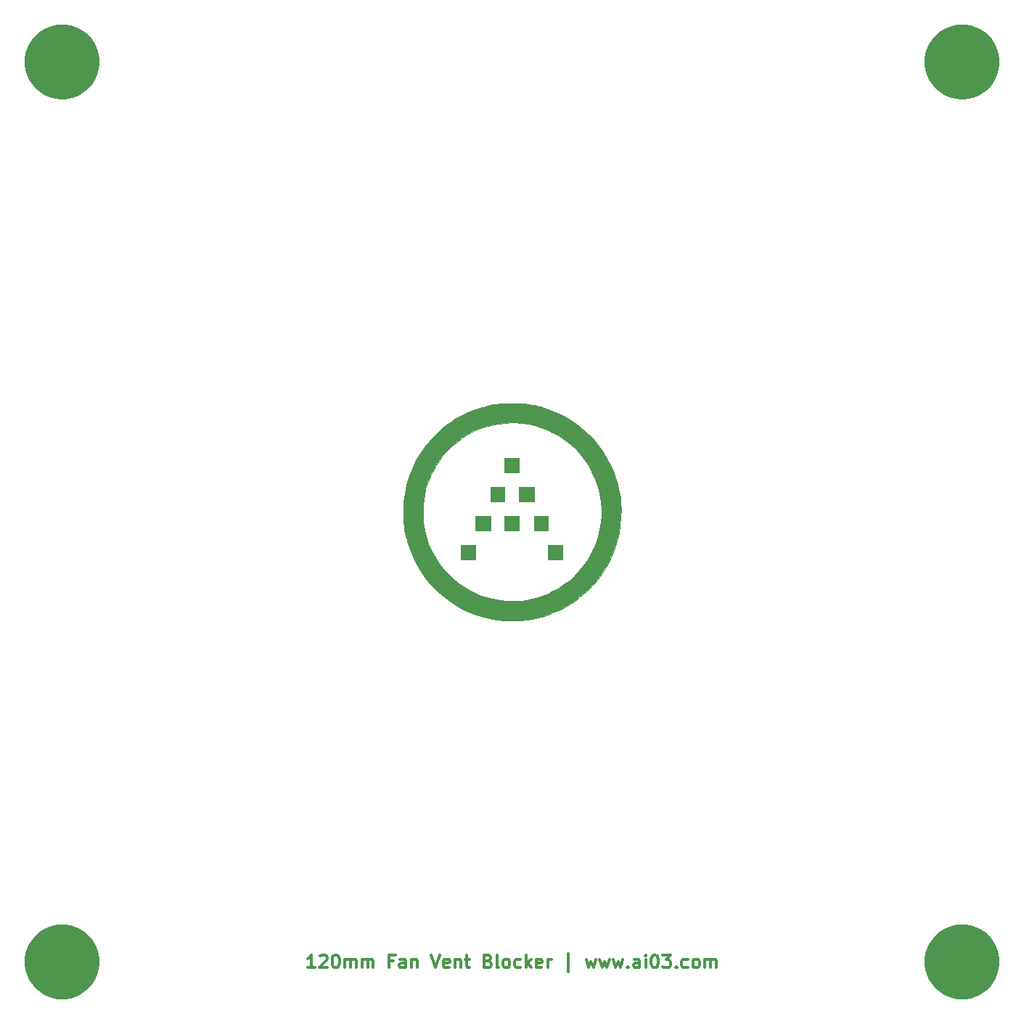
<source format=gts>
G04 #@! TF.GenerationSoftware,KiCad,Pcbnew,(5.1.4)-1*
G04 #@! TF.CreationDate,2020-12-31T01:27:08+09:00*
G04 #@! TF.ProjectId,fan-vent-blocker,66616e2d-7665-46e7-942d-626c6f636b65,rev?*
G04 #@! TF.SameCoordinates,Original*
G04 #@! TF.FileFunction,Soldermask,Top*
G04 #@! TF.FilePolarity,Negative*
%FSLAX46Y46*%
G04 Gerber Fmt 4.6, Leading zero omitted, Abs format (unit mm)*
G04 Created by KiCad (PCBNEW (5.1.4)-1) date 2020-12-31 01:27:08*
%MOMM*%
%LPD*%
G04 APERTURE LIST*
%ADD10C,0.300000*%
%ADD11C,0.010000*%
%ADD12C,0.100000*%
G04 APERTURE END LIST*
D10*
X-23000000Y-53178571D02*
X-23857142Y-53178571D01*
X-23428571Y-53178571D02*
X-23428571Y-51678571D01*
X-23571428Y-51892857D01*
X-23714285Y-52035714D01*
X-23857142Y-52107142D01*
X-22428571Y-51821428D02*
X-22357142Y-51750000D01*
X-22214285Y-51678571D01*
X-21857142Y-51678571D01*
X-21714285Y-51750000D01*
X-21642857Y-51821428D01*
X-21571428Y-51964285D01*
X-21571428Y-52107142D01*
X-21642857Y-52321428D01*
X-22500000Y-53178571D01*
X-21571428Y-53178571D01*
X-20642857Y-51678571D02*
X-20500000Y-51678571D01*
X-20357142Y-51750000D01*
X-20285714Y-51821428D01*
X-20214285Y-51964285D01*
X-20142857Y-52250000D01*
X-20142857Y-52607142D01*
X-20214285Y-52892857D01*
X-20285714Y-53035714D01*
X-20357142Y-53107142D01*
X-20500000Y-53178571D01*
X-20642857Y-53178571D01*
X-20785714Y-53107142D01*
X-20857142Y-53035714D01*
X-20928571Y-52892857D01*
X-21000000Y-52607142D01*
X-21000000Y-52250000D01*
X-20928571Y-51964285D01*
X-20857142Y-51821428D01*
X-20785714Y-51750000D01*
X-20642857Y-51678571D01*
X-19500000Y-53178571D02*
X-19500000Y-52178571D01*
X-19500000Y-52321428D02*
X-19428571Y-52250000D01*
X-19285714Y-52178571D01*
X-19071428Y-52178571D01*
X-18928571Y-52250000D01*
X-18857142Y-52392857D01*
X-18857142Y-53178571D01*
X-18857142Y-52392857D02*
X-18785714Y-52250000D01*
X-18642857Y-52178571D01*
X-18428571Y-52178571D01*
X-18285714Y-52250000D01*
X-18214285Y-52392857D01*
X-18214285Y-53178571D01*
X-17500000Y-53178571D02*
X-17500000Y-52178571D01*
X-17500000Y-52321428D02*
X-17428571Y-52250000D01*
X-17285714Y-52178571D01*
X-17071428Y-52178571D01*
X-16928571Y-52250000D01*
X-16857142Y-52392857D01*
X-16857142Y-53178571D01*
X-16857142Y-52392857D02*
X-16785714Y-52250000D01*
X-16642857Y-52178571D01*
X-16428571Y-52178571D01*
X-16285714Y-52250000D01*
X-16214285Y-52392857D01*
X-16214285Y-53178571D01*
X-13857142Y-52392857D02*
X-14357142Y-52392857D01*
X-14357142Y-53178571D02*
X-14357142Y-51678571D01*
X-13642857Y-51678571D01*
X-12428571Y-53178571D02*
X-12428571Y-52392857D01*
X-12499999Y-52250000D01*
X-12642857Y-52178571D01*
X-12928571Y-52178571D01*
X-13071428Y-52250000D01*
X-12428571Y-53107142D02*
X-12571428Y-53178571D01*
X-12928571Y-53178571D01*
X-13071428Y-53107142D01*
X-13142857Y-52964285D01*
X-13142857Y-52821428D01*
X-13071428Y-52678571D01*
X-12928571Y-52607142D01*
X-12571428Y-52607142D01*
X-12428571Y-52535714D01*
X-11714285Y-52178571D02*
X-11714285Y-53178571D01*
X-11714285Y-52321428D02*
X-11642857Y-52250000D01*
X-11500000Y-52178571D01*
X-11285714Y-52178571D01*
X-11142857Y-52250000D01*
X-11071428Y-52392857D01*
X-11071428Y-53178571D01*
X-9428571Y-51678571D02*
X-8928571Y-53178571D01*
X-8428571Y-51678571D01*
X-7357142Y-53107142D02*
X-7500000Y-53178571D01*
X-7785714Y-53178571D01*
X-7928571Y-53107142D01*
X-8000000Y-52964285D01*
X-8000000Y-52392857D01*
X-7928571Y-52250000D01*
X-7785714Y-52178571D01*
X-7500000Y-52178571D01*
X-7357142Y-52250000D01*
X-7285714Y-52392857D01*
X-7285714Y-52535714D01*
X-8000000Y-52678571D01*
X-6642857Y-52178571D02*
X-6642857Y-53178571D01*
X-6642857Y-52321428D02*
X-6571428Y-52250000D01*
X-6428571Y-52178571D01*
X-6214285Y-52178571D01*
X-6071428Y-52250000D01*
X-6000000Y-52392857D01*
X-6000000Y-53178571D01*
X-5500000Y-52178571D02*
X-4928571Y-52178571D01*
X-5285714Y-51678571D02*
X-5285714Y-52964285D01*
X-5214285Y-53107142D01*
X-5071428Y-53178571D01*
X-4928571Y-53178571D01*
X-2785714Y-52392857D02*
X-2571428Y-52464285D01*
X-2500000Y-52535714D01*
X-2428571Y-52678571D01*
X-2428571Y-52892857D01*
X-2500000Y-53035714D01*
X-2571428Y-53107142D01*
X-2714285Y-53178571D01*
X-3285714Y-53178571D01*
X-3285714Y-51678571D01*
X-2785714Y-51678571D01*
X-2642857Y-51750000D01*
X-2571428Y-51821428D01*
X-2500000Y-51964285D01*
X-2500000Y-52107142D01*
X-2571428Y-52250000D01*
X-2642857Y-52321428D01*
X-2785714Y-52392857D01*
X-3285714Y-52392857D01*
X-1571428Y-53178571D02*
X-1714285Y-53107142D01*
X-1785714Y-52964285D01*
X-1785714Y-51678571D01*
X-785714Y-53178571D02*
X-928571Y-53107142D01*
X-999999Y-53035714D01*
X-1071428Y-52892857D01*
X-1071428Y-52464285D01*
X-999999Y-52321428D01*
X-928571Y-52250000D01*
X-785714Y-52178571D01*
X-571428Y-52178571D01*
X-428571Y-52250000D01*
X-357142Y-52321428D01*
X-285714Y-52464285D01*
X-285714Y-52892857D01*
X-357142Y-53035714D01*
X-428571Y-53107142D01*
X-571428Y-53178571D01*
X-785714Y-53178571D01*
X1000000Y-53107142D02*
X857142Y-53178571D01*
X571428Y-53178571D01*
X428571Y-53107142D01*
X357142Y-53035714D01*
X285714Y-52892857D01*
X285714Y-52464285D01*
X357142Y-52321428D01*
X428571Y-52250000D01*
X571428Y-52178571D01*
X857142Y-52178571D01*
X1000000Y-52250000D01*
X1642857Y-53178571D02*
X1642857Y-51678571D01*
X1785714Y-52607142D02*
X2214285Y-53178571D01*
X2214285Y-52178571D02*
X1642857Y-52750000D01*
X3428571Y-53107142D02*
X3285714Y-53178571D01*
X3000000Y-53178571D01*
X2857142Y-53107142D01*
X2785714Y-52964285D01*
X2785714Y-52392857D01*
X2857142Y-52250000D01*
X3000000Y-52178571D01*
X3285714Y-52178571D01*
X3428571Y-52250000D01*
X3500000Y-52392857D01*
X3500000Y-52535714D01*
X2785714Y-52678571D01*
X4142857Y-53178571D02*
X4142857Y-52178571D01*
X4142857Y-52464285D02*
X4214285Y-52321428D01*
X4285714Y-52250000D01*
X4428571Y-52178571D01*
X4571428Y-52178571D01*
X6571428Y-53678571D02*
X6571428Y-51535714D01*
X8642857Y-52178571D02*
X8928571Y-53178571D01*
X9214285Y-52464285D01*
X9500000Y-53178571D01*
X9785714Y-52178571D01*
X10214285Y-52178571D02*
X10500000Y-53178571D01*
X10785714Y-52464285D01*
X11071428Y-53178571D01*
X11357142Y-52178571D01*
X11785714Y-52178571D02*
X12071428Y-53178571D01*
X12357142Y-52464285D01*
X12642857Y-53178571D01*
X12928571Y-52178571D01*
X13500000Y-53035714D02*
X13571428Y-53107142D01*
X13500000Y-53178571D01*
X13428571Y-53107142D01*
X13500000Y-53035714D01*
X13500000Y-53178571D01*
X14857142Y-53178571D02*
X14857142Y-52392857D01*
X14785714Y-52250000D01*
X14642857Y-52178571D01*
X14357142Y-52178571D01*
X14214285Y-52250000D01*
X14857142Y-53107142D02*
X14714285Y-53178571D01*
X14357142Y-53178571D01*
X14214285Y-53107142D01*
X14142857Y-52964285D01*
X14142857Y-52821428D01*
X14214285Y-52678571D01*
X14357142Y-52607142D01*
X14714285Y-52607142D01*
X14857142Y-52535714D01*
X15571428Y-53178571D02*
X15571428Y-52178571D01*
X15571428Y-51678571D02*
X15500000Y-51750000D01*
X15571428Y-51821428D01*
X15642857Y-51750000D01*
X15571428Y-51678571D01*
X15571428Y-51821428D01*
X16571428Y-51678571D02*
X16714285Y-51678571D01*
X16857142Y-51750000D01*
X16928571Y-51821428D01*
X17000000Y-51964285D01*
X17071428Y-52250000D01*
X17071428Y-52607142D01*
X17000000Y-52892857D01*
X16928571Y-53035714D01*
X16857142Y-53107142D01*
X16714285Y-53178571D01*
X16571428Y-53178571D01*
X16428571Y-53107142D01*
X16357142Y-53035714D01*
X16285714Y-52892857D01*
X16214285Y-52607142D01*
X16214285Y-52250000D01*
X16285714Y-51964285D01*
X16357142Y-51821428D01*
X16428571Y-51750000D01*
X16571428Y-51678571D01*
X17571428Y-51678571D02*
X18500000Y-51678571D01*
X18000000Y-52250000D01*
X18214285Y-52250000D01*
X18357142Y-52321428D01*
X18428571Y-52392857D01*
X18500000Y-52535714D01*
X18500000Y-52892857D01*
X18428571Y-53035714D01*
X18357142Y-53107142D01*
X18214285Y-53178571D01*
X17785714Y-53178571D01*
X17642857Y-53107142D01*
X17571428Y-53035714D01*
X19142857Y-53035714D02*
X19214285Y-53107142D01*
X19142857Y-53178571D01*
X19071428Y-53107142D01*
X19142857Y-53035714D01*
X19142857Y-53178571D01*
X20500000Y-53107142D02*
X20357142Y-53178571D01*
X20071428Y-53178571D01*
X19928571Y-53107142D01*
X19857142Y-53035714D01*
X19785714Y-52892857D01*
X19785714Y-52464285D01*
X19857142Y-52321428D01*
X19928571Y-52250000D01*
X20071428Y-52178571D01*
X20357142Y-52178571D01*
X20500000Y-52250000D01*
X21357142Y-53178571D02*
X21214285Y-53107142D01*
X21142857Y-53035714D01*
X21071428Y-52892857D01*
X21071428Y-52464285D01*
X21142857Y-52321428D01*
X21214285Y-52250000D01*
X21357142Y-52178571D01*
X21571428Y-52178571D01*
X21714285Y-52250000D01*
X21785714Y-52321428D01*
X21857142Y-52464285D01*
X21857142Y-52892857D01*
X21785714Y-53035714D01*
X21714285Y-53107142D01*
X21571428Y-53178571D01*
X21357142Y-53178571D01*
X22500000Y-53178571D02*
X22500000Y-52178571D01*
X22500000Y-52321428D02*
X22571428Y-52250000D01*
X22714285Y-52178571D01*
X22928571Y-52178571D01*
X23071428Y-52250000D01*
X23142857Y-52392857D01*
X23142857Y-53178571D01*
X23142857Y-52392857D02*
X23214285Y-52250000D01*
X23357142Y-52178571D01*
X23571428Y-52178571D01*
X23714285Y-52250000D01*
X23785714Y-52392857D01*
X23785714Y-53178571D01*
D11*
G36*
X812799Y4605867D02*
G01*
X-914400Y4605867D01*
X-914400Y6333067D01*
X812799Y6333067D01*
X812799Y4605867D01*
X812799Y4605867D01*
G37*
X812799Y4605867D02*
X-914400Y4605867D01*
X-914400Y6333067D01*
X812799Y6333067D01*
X812799Y4605867D01*
G36*
X2539999Y1253067D02*
G01*
X812799Y1253067D01*
X812799Y2878667D01*
X2539999Y2878667D01*
X2539999Y1253067D01*
X2539999Y1253067D01*
G37*
X2539999Y1253067D02*
X812799Y1253067D01*
X812799Y2878667D01*
X2539999Y2878667D01*
X2539999Y1253067D01*
G36*
X-914400Y1253067D02*
G01*
X-2540000Y1253067D01*
X-2540000Y2878667D01*
X-914400Y2878667D01*
X-914400Y1253067D01*
X-914400Y1253067D01*
G37*
X-914400Y1253067D02*
X-2540000Y1253067D01*
X-2540000Y2878667D01*
X-914400Y2878667D01*
X-914400Y1253067D01*
G36*
X4165600Y-2201333D02*
G01*
X2539999Y-2201333D01*
X2539999Y-474133D01*
X4165600Y-474133D01*
X4165600Y-2201333D01*
X4165600Y-2201333D01*
G37*
X4165600Y-2201333D02*
X2539999Y-2201333D01*
X2539999Y-474133D01*
X4165600Y-474133D01*
X4165600Y-2201333D01*
G36*
X812799Y-2201333D02*
G01*
X-914400Y-2201333D01*
X-914400Y-474133D01*
X812799Y-474133D01*
X812799Y-2201333D01*
X812799Y-2201333D01*
G37*
X812799Y-2201333D02*
X-914400Y-2201333D01*
X-914400Y-474133D01*
X812799Y-474133D01*
X812799Y-2201333D01*
G36*
X-2540000Y-2201333D02*
G01*
X-4267200Y-2201333D01*
X-4267200Y-474133D01*
X-2540000Y-474133D01*
X-2540000Y-2201333D01*
X-2540000Y-2201333D01*
G37*
X-2540000Y-2201333D02*
X-4267200Y-2201333D01*
X-4267200Y-474133D01*
X-2540000Y-474133D01*
X-2540000Y-2201333D01*
G36*
X5892800Y-5554133D02*
G01*
X4165600Y-5554133D01*
X4165600Y-3826933D01*
X5892800Y-3826933D01*
X5892800Y-5554133D01*
X5892800Y-5554133D01*
G37*
X5892800Y-5554133D02*
X4165600Y-5554133D01*
X4165600Y-3826933D01*
X5892800Y-3826933D01*
X5892800Y-5554133D01*
G36*
X-4267200Y-5554133D02*
G01*
X-5994401Y-5554133D01*
X-5994401Y-3826933D01*
X-4267200Y-3826933D01*
X-4267200Y-5554133D01*
X-4267200Y-5554133D01*
G37*
X-4267200Y-5554133D02*
X-5994401Y-5554133D01*
X-5994401Y-3826933D01*
X-4267200Y-3826933D01*
X-4267200Y-5554133D01*
G36*
X16933Y12680344D02*
G01*
X546505Y12674496D01*
X1023142Y12656760D01*
X1460873Y12625413D01*
X1873731Y12578733D01*
X2275745Y12514997D01*
X2680946Y12432483D01*
X3103365Y12329468D01*
X3296553Y12277682D01*
X4186355Y11999333D01*
X5048597Y11660836D01*
X5880011Y11263883D01*
X6677330Y10810164D01*
X7437287Y10301371D01*
X8086440Y9797903D01*
X8759159Y9197475D01*
X9387796Y8551309D01*
X9969433Y7863960D01*
X10501154Y7139982D01*
X10980041Y6383930D01*
X11403177Y5600360D01*
X11767645Y4793827D01*
X12070528Y3968884D01*
X12278545Y3252040D01*
X12419646Y2654767D01*
X12527849Y2091842D01*
X12606324Y1540280D01*
X12658240Y977096D01*
X12686765Y379307D01*
X12689554Y270934D01*
X12677951Y-660466D01*
X12600320Y-1576875D01*
X12456684Y-2478167D01*
X12247067Y-3364218D01*
X11971493Y-4234900D01*
X11697585Y-4934344D01*
X11577768Y-5212808D01*
X11475102Y-5443881D01*
X11381795Y-5643147D01*
X11290055Y-5826189D01*
X11192090Y-6008589D01*
X11080108Y-6205931D01*
X10955841Y-6417733D01*
X10447174Y-7212490D01*
X9892061Y-7957984D01*
X9289936Y-8654783D01*
X8640234Y-9303451D01*
X7942388Y-9904554D01*
X7195835Y-10458657D01*
X6417733Y-10955841D01*
X6192327Y-11087975D01*
X5996431Y-11198808D01*
X5814463Y-11296131D01*
X5630839Y-11387736D01*
X5429977Y-11481415D01*
X5196294Y-11584960D01*
X4934344Y-11697585D01*
X4523748Y-11866322D01*
X4145220Y-12007287D01*
X3773532Y-12128833D01*
X3383457Y-12239312D01*
X3031066Y-12327773D01*
X2329129Y-12479472D01*
X1658859Y-12589026D01*
X1000819Y-12658742D01*
X335568Y-12690925D01*
X-50800Y-12693388D01*
X-269333Y-12691191D01*
X-474650Y-12688181D01*
X-653340Y-12684629D01*
X-791989Y-12680802D01*
X-877185Y-12676971D01*
X-880534Y-12676730D01*
X-1802875Y-12574536D01*
X-2710638Y-12408193D01*
X-3600157Y-12179057D01*
X-4467765Y-11888480D01*
X-5309798Y-11537819D01*
X-6122590Y-11128427D01*
X-6902476Y-10661659D01*
X-7546554Y-10213528D01*
X-8284379Y-9623249D01*
X-8969962Y-8990240D01*
X-9602345Y-8315900D01*
X-10180571Y-7601629D01*
X-10703684Y-6848826D01*
X-11170727Y-6058889D01*
X-11580743Y-5233217D01*
X-11932774Y-4373210D01*
X-12225865Y-3480267D01*
X-12277682Y-3296553D01*
X-12390178Y-2862231D01*
X-12481421Y-2451246D01*
X-12553135Y-2049567D01*
X-12607041Y-1643164D01*
X-12644863Y-1218005D01*
X-12668324Y-760061D01*
X-12679145Y-255301D01*
X-12680344Y-16933D01*
X-12677461Y219274D01*
X-10407280Y219274D01*
X-10406838Y-122649D01*
X-10399734Y-462551D01*
X-10386096Y-783089D01*
X-10366055Y-1066921D01*
X-10350184Y-1219199D01*
X-10214189Y-2061003D01*
X-10015142Y-2878562D01*
X-9753810Y-3670279D01*
X-9430958Y-4434554D01*
X-9047353Y-5169789D01*
X-8603761Y-5874386D01*
X-8100946Y-6546745D01*
X-7539677Y-7185267D01*
X-7444378Y-7284309D01*
X-6871645Y-7826493D01*
X-6249983Y-8329686D01*
X-5590909Y-8785450D01*
X-4905946Y-9185349D01*
X-4710581Y-9286415D01*
X-4393106Y-9442785D01*
X-4114742Y-9571720D01*
X-3856622Y-9680808D01*
X-3599880Y-9777637D01*
X-3325649Y-9869795D01*
X-3048000Y-9955103D01*
X-2240693Y-10165932D01*
X-1448155Y-10312922D01*
X-664204Y-10396645D01*
X117344Y-10417674D01*
X902674Y-10376580D01*
X1186586Y-10346797D01*
X1985867Y-10223305D01*
X2752080Y-10044920D01*
X3495922Y-9808441D01*
X4228089Y-9510672D01*
X4641773Y-9313560D01*
X5369803Y-8914974D01*
X6049978Y-8472369D01*
X6685532Y-7982822D01*
X7279698Y-7443412D01*
X7835708Y-6851219D01*
X8356796Y-6203320D01*
X8818739Y-5539240D01*
X8925941Y-5363488D01*
X9051053Y-5141077D01*
X9186307Y-4887450D01*
X9323940Y-4618053D01*
X9456185Y-4348330D01*
X9575277Y-4093724D01*
X9673450Y-3869681D01*
X9730784Y-3725333D01*
X9999020Y-2908091D01*
X10201242Y-2085739D01*
X10337278Y-1260586D01*
X10406956Y-434943D01*
X10410103Y388879D01*
X10346547Y1208570D01*
X10216115Y2021819D01*
X10174287Y2218267D01*
X10030718Y2799783D01*
X9867274Y3338166D01*
X9675538Y3857038D01*
X9447096Y4380023D01*
X9286415Y4710581D01*
X8886608Y5430998D01*
X8430824Y6115528D01*
X7922338Y6761097D01*
X7364426Y7364634D01*
X6760364Y7923067D01*
X6113426Y8433324D01*
X5426889Y8892332D01*
X4704028Y9297019D01*
X4088854Y9585154D01*
X3356572Y9868438D01*
X2620343Y10090296D01*
X1871597Y10252466D01*
X1101763Y10356690D01*
X302273Y10404707D01*
X33866Y10408504D01*
X-811336Y10381323D01*
X-1628948Y10293242D01*
X-2422270Y10143261D01*
X-3194605Y9930383D01*
X-3949254Y9653610D01*
X-4689520Y9311943D01*
X-5418704Y8904385D01*
X-5848344Y8630425D01*
X-6443259Y8197240D01*
X-7015837Y7708681D01*
X-7559079Y7172955D01*
X-8065984Y6598269D01*
X-8529552Y5992829D01*
X-8942784Y5364841D01*
X-9298680Y4722513D01*
X-9447142Y4411392D01*
X-9709128Y3793326D01*
X-9923448Y3199241D01*
X-10095209Y2610663D01*
X-10229523Y2009115D01*
X-10331496Y1376124D01*
X-10367340Y1083734D01*
X-10387660Y839808D01*
X-10400930Y545874D01*
X-10407280Y219274D01*
X-12677461Y219274D01*
X-12672897Y593181D01*
X-12647836Y1151546D01*
X-12602719Y1672428D01*
X-12535104Y2170091D01*
X-12442550Y2658798D01*
X-12322616Y3152814D01*
X-12172860Y3666404D01*
X-11990840Y4213831D01*
X-11923878Y4402667D01*
X-11589437Y5233469D01*
X-11193318Y6037027D01*
X-10736333Y6812224D01*
X-10219297Y7557938D01*
X-9643023Y8273052D01*
X-9008326Y8956446D01*
X-8316019Y9607000D01*
X-7860178Y9991768D01*
X-7493976Y10271206D01*
X-7077809Y10558464D01*
X-6627210Y10844107D01*
X-6157713Y11118698D01*
X-5684850Y11372802D01*
X-5224155Y11596981D01*
X-5198534Y11608685D01*
X-4900035Y11736142D01*
X-4553662Y11870055D01*
X-4178061Y12004112D01*
X-3791877Y12132004D01*
X-3413754Y12247419D01*
X-3062340Y12344048D01*
X-2926294Y12377726D01*
X-2528536Y12466334D01*
X-2148913Y12537418D01*
X-1773426Y12592417D01*
X-1388078Y12632770D01*
X-978868Y12659917D01*
X-531800Y12675296D01*
X-32874Y12680348D01*
X16933Y12680344D01*
X16933Y12680344D01*
G37*
X16933Y12680344D02*
X546505Y12674496D01*
X1023142Y12656760D01*
X1460873Y12625413D01*
X1873731Y12578733D01*
X2275745Y12514997D01*
X2680946Y12432483D01*
X3103365Y12329468D01*
X3296553Y12277682D01*
X4186355Y11999333D01*
X5048597Y11660836D01*
X5880011Y11263883D01*
X6677330Y10810164D01*
X7437287Y10301371D01*
X8086440Y9797903D01*
X8759159Y9197475D01*
X9387796Y8551309D01*
X9969433Y7863960D01*
X10501154Y7139982D01*
X10980041Y6383930D01*
X11403177Y5600360D01*
X11767645Y4793827D01*
X12070528Y3968884D01*
X12278545Y3252040D01*
X12419646Y2654767D01*
X12527849Y2091842D01*
X12606324Y1540280D01*
X12658240Y977096D01*
X12686765Y379307D01*
X12689554Y270934D01*
X12677951Y-660466D01*
X12600320Y-1576875D01*
X12456684Y-2478167D01*
X12247067Y-3364218D01*
X11971493Y-4234900D01*
X11697585Y-4934344D01*
X11577768Y-5212808D01*
X11475102Y-5443881D01*
X11381795Y-5643147D01*
X11290055Y-5826189D01*
X11192090Y-6008589D01*
X11080108Y-6205931D01*
X10955841Y-6417733D01*
X10447174Y-7212490D01*
X9892061Y-7957984D01*
X9289936Y-8654783D01*
X8640234Y-9303451D01*
X7942388Y-9904554D01*
X7195835Y-10458657D01*
X6417733Y-10955841D01*
X6192327Y-11087975D01*
X5996431Y-11198808D01*
X5814463Y-11296131D01*
X5630839Y-11387736D01*
X5429977Y-11481415D01*
X5196294Y-11584960D01*
X4934344Y-11697585D01*
X4523748Y-11866322D01*
X4145220Y-12007287D01*
X3773532Y-12128833D01*
X3383457Y-12239312D01*
X3031066Y-12327773D01*
X2329129Y-12479472D01*
X1658859Y-12589026D01*
X1000819Y-12658742D01*
X335568Y-12690925D01*
X-50800Y-12693388D01*
X-269333Y-12691191D01*
X-474650Y-12688181D01*
X-653340Y-12684629D01*
X-791989Y-12680802D01*
X-877185Y-12676971D01*
X-880534Y-12676730D01*
X-1802875Y-12574536D01*
X-2710638Y-12408193D01*
X-3600157Y-12179057D01*
X-4467765Y-11888480D01*
X-5309798Y-11537819D01*
X-6122590Y-11128427D01*
X-6902476Y-10661659D01*
X-7546554Y-10213528D01*
X-8284379Y-9623249D01*
X-8969962Y-8990240D01*
X-9602345Y-8315900D01*
X-10180571Y-7601629D01*
X-10703684Y-6848826D01*
X-11170727Y-6058889D01*
X-11580743Y-5233217D01*
X-11932774Y-4373210D01*
X-12225865Y-3480267D01*
X-12277682Y-3296553D01*
X-12390178Y-2862231D01*
X-12481421Y-2451246D01*
X-12553135Y-2049567D01*
X-12607041Y-1643164D01*
X-12644863Y-1218005D01*
X-12668324Y-760061D01*
X-12679145Y-255301D01*
X-12680344Y-16933D01*
X-12677461Y219274D01*
X-10407280Y219274D01*
X-10406838Y-122649D01*
X-10399734Y-462551D01*
X-10386096Y-783089D01*
X-10366055Y-1066921D01*
X-10350184Y-1219199D01*
X-10214189Y-2061003D01*
X-10015142Y-2878562D01*
X-9753810Y-3670279D01*
X-9430958Y-4434554D01*
X-9047353Y-5169789D01*
X-8603761Y-5874386D01*
X-8100946Y-6546745D01*
X-7539677Y-7185267D01*
X-7444378Y-7284309D01*
X-6871645Y-7826493D01*
X-6249983Y-8329686D01*
X-5590909Y-8785450D01*
X-4905946Y-9185349D01*
X-4710581Y-9286415D01*
X-4393106Y-9442785D01*
X-4114742Y-9571720D01*
X-3856622Y-9680808D01*
X-3599880Y-9777637D01*
X-3325649Y-9869795D01*
X-3048000Y-9955103D01*
X-2240693Y-10165932D01*
X-1448155Y-10312922D01*
X-664204Y-10396645D01*
X117344Y-10417674D01*
X902674Y-10376580D01*
X1186586Y-10346797D01*
X1985867Y-10223305D01*
X2752080Y-10044920D01*
X3495922Y-9808441D01*
X4228089Y-9510672D01*
X4641773Y-9313560D01*
X5369803Y-8914974D01*
X6049978Y-8472369D01*
X6685532Y-7982822D01*
X7279698Y-7443412D01*
X7835708Y-6851219D01*
X8356796Y-6203320D01*
X8818739Y-5539240D01*
X8925941Y-5363488D01*
X9051053Y-5141077D01*
X9186307Y-4887450D01*
X9323940Y-4618053D01*
X9456185Y-4348330D01*
X9575277Y-4093724D01*
X9673450Y-3869681D01*
X9730784Y-3725333D01*
X9999020Y-2908091D01*
X10201242Y-2085739D01*
X10337278Y-1260586D01*
X10406956Y-434943D01*
X10410103Y388879D01*
X10346547Y1208570D01*
X10216115Y2021819D01*
X10174287Y2218267D01*
X10030718Y2799783D01*
X9867274Y3338166D01*
X9675538Y3857038D01*
X9447096Y4380023D01*
X9286415Y4710581D01*
X8886608Y5430998D01*
X8430824Y6115528D01*
X7922338Y6761097D01*
X7364426Y7364634D01*
X6760364Y7923067D01*
X6113426Y8433324D01*
X5426889Y8892332D01*
X4704028Y9297019D01*
X4088854Y9585154D01*
X3356572Y9868438D01*
X2620343Y10090296D01*
X1871597Y10252466D01*
X1101763Y10356690D01*
X302273Y10404707D01*
X33866Y10408504D01*
X-811336Y10381323D01*
X-1628948Y10293242D01*
X-2422270Y10143261D01*
X-3194605Y9930383D01*
X-3949254Y9653610D01*
X-4689520Y9311943D01*
X-5418704Y8904385D01*
X-5848344Y8630425D01*
X-6443259Y8197240D01*
X-7015837Y7708681D01*
X-7559079Y7172955D01*
X-8065984Y6598269D01*
X-8529552Y5992829D01*
X-8942784Y5364841D01*
X-9298680Y4722513D01*
X-9447142Y4411392D01*
X-9709128Y3793326D01*
X-9923448Y3199241D01*
X-10095209Y2610663D01*
X-10229523Y2009115D01*
X-10331496Y1376124D01*
X-10367340Y1083734D01*
X-10387660Y839808D01*
X-10400930Y545874D01*
X-10407280Y219274D01*
X-12677461Y219274D01*
X-12672897Y593181D01*
X-12647836Y1151546D01*
X-12602719Y1672428D01*
X-12535104Y2170091D01*
X-12442550Y2658798D01*
X-12322616Y3152814D01*
X-12172860Y3666404D01*
X-11990840Y4213831D01*
X-11923878Y4402667D01*
X-11589437Y5233469D01*
X-11193318Y6037027D01*
X-10736333Y6812224D01*
X-10219297Y7557938D01*
X-9643023Y8273052D01*
X-9008326Y8956446D01*
X-8316019Y9607000D01*
X-7860178Y9991768D01*
X-7493976Y10271206D01*
X-7077809Y10558464D01*
X-6627210Y10844107D01*
X-6157713Y11118698D01*
X-5684850Y11372802D01*
X-5224155Y11596981D01*
X-5198534Y11608685D01*
X-4900035Y11736142D01*
X-4553662Y11870055D01*
X-4178061Y12004112D01*
X-3791877Y12132004D01*
X-3413754Y12247419D01*
X-3062340Y12344048D01*
X-2926294Y12377726D01*
X-2528536Y12466334D01*
X-2148913Y12537418D01*
X-1773426Y12592417D01*
X-1388078Y12632770D01*
X-978868Y12659917D01*
X-531800Y12675296D01*
X-32874Y12680348D01*
X16933Y12680344D01*
D12*
G36*
X-51951844Y-48172794D02*
G01*
X-51230860Y-48316206D01*
X-50439028Y-48644193D01*
X-49726399Y-49120357D01*
X-49120357Y-49726399D01*
X-48644193Y-50439028D01*
X-48316206Y-51230860D01*
X-48149000Y-52071464D01*
X-48149000Y-52928536D01*
X-48316206Y-53769140D01*
X-48644193Y-54560972D01*
X-49120357Y-55273601D01*
X-49726399Y-55879643D01*
X-50439028Y-56355807D01*
X-51230860Y-56683794D01*
X-51951844Y-56827206D01*
X-52071463Y-56851000D01*
X-52928537Y-56851000D01*
X-53048156Y-56827206D01*
X-53769140Y-56683794D01*
X-54560972Y-56355807D01*
X-55273601Y-55879643D01*
X-55879643Y-55273601D01*
X-56355807Y-54560972D01*
X-56683794Y-53769140D01*
X-56851000Y-52928536D01*
X-56851000Y-52071464D01*
X-56683794Y-51230860D01*
X-56355807Y-50439028D01*
X-55879643Y-49726399D01*
X-55273601Y-49120357D01*
X-54560972Y-48644193D01*
X-53769140Y-48316206D01*
X-53048156Y-48172794D01*
X-52928537Y-48149000D01*
X-52071463Y-48149000D01*
X-51951844Y-48172794D01*
X-51951844Y-48172794D01*
G37*
G36*
X53048156Y-48172794D02*
G01*
X53769140Y-48316206D01*
X54560972Y-48644193D01*
X55273601Y-49120357D01*
X55879643Y-49726399D01*
X56355807Y-50439028D01*
X56683794Y-51230860D01*
X56851000Y-52071464D01*
X56851000Y-52928536D01*
X56683794Y-53769140D01*
X56355807Y-54560972D01*
X55879643Y-55273601D01*
X55273601Y-55879643D01*
X54560972Y-56355807D01*
X53769140Y-56683794D01*
X53048156Y-56827206D01*
X52928537Y-56851000D01*
X52071463Y-56851000D01*
X51951844Y-56827206D01*
X51230860Y-56683794D01*
X50439028Y-56355807D01*
X49726399Y-55879643D01*
X49120357Y-55273601D01*
X48644193Y-54560972D01*
X48316206Y-53769140D01*
X48149000Y-52928536D01*
X48149000Y-52071464D01*
X48316206Y-51230860D01*
X48644193Y-50439028D01*
X49120357Y-49726399D01*
X49726399Y-49120357D01*
X50439028Y-48644193D01*
X51230860Y-48316206D01*
X51951844Y-48172794D01*
X52071463Y-48149000D01*
X52928537Y-48149000D01*
X53048156Y-48172794D01*
X53048156Y-48172794D01*
G37*
G36*
X-51951844Y56827206D02*
G01*
X-51230860Y56683794D01*
X-50439028Y56355807D01*
X-49726399Y55879643D01*
X-49120357Y55273601D01*
X-48644193Y54560972D01*
X-48316206Y53769140D01*
X-48149000Y52928536D01*
X-48149000Y52071464D01*
X-48316206Y51230860D01*
X-48644193Y50439028D01*
X-49120357Y49726399D01*
X-49726399Y49120357D01*
X-50439028Y48644193D01*
X-51230860Y48316206D01*
X-51951844Y48172794D01*
X-52071463Y48149000D01*
X-52928537Y48149000D01*
X-53048156Y48172794D01*
X-53769140Y48316206D01*
X-54560972Y48644193D01*
X-55273601Y49120357D01*
X-55879643Y49726399D01*
X-56355807Y50439028D01*
X-56683794Y51230860D01*
X-56851000Y52071464D01*
X-56851000Y52928536D01*
X-56683794Y53769140D01*
X-56355807Y54560972D01*
X-55879643Y55273601D01*
X-55273601Y55879643D01*
X-54560972Y56355807D01*
X-53769140Y56683794D01*
X-53048156Y56827206D01*
X-52928537Y56851000D01*
X-52071463Y56851000D01*
X-51951844Y56827206D01*
X-51951844Y56827206D01*
G37*
G36*
X53048156Y56827206D02*
G01*
X53769140Y56683794D01*
X54560972Y56355807D01*
X55273601Y55879643D01*
X55879643Y55273601D01*
X56355807Y54560972D01*
X56683794Y53769140D01*
X56851000Y52928536D01*
X56851000Y52071464D01*
X56683794Y51230860D01*
X56355807Y50439028D01*
X55879643Y49726399D01*
X55273601Y49120357D01*
X54560972Y48644193D01*
X53769140Y48316206D01*
X53048156Y48172794D01*
X52928537Y48149000D01*
X52071463Y48149000D01*
X51951844Y48172794D01*
X51230860Y48316206D01*
X50439028Y48644193D01*
X49726399Y49120357D01*
X49120357Y49726399D01*
X48644193Y50439028D01*
X48316206Y51230860D01*
X48149000Y52071464D01*
X48149000Y52928536D01*
X48316206Y53769140D01*
X48644193Y54560972D01*
X49120357Y55273601D01*
X49726399Y55879643D01*
X50439028Y56355807D01*
X51230860Y56683794D01*
X51951844Y56827206D01*
X52071463Y56851000D01*
X52928537Y56851000D01*
X53048156Y56827206D01*
X53048156Y56827206D01*
G37*
M02*

</source>
